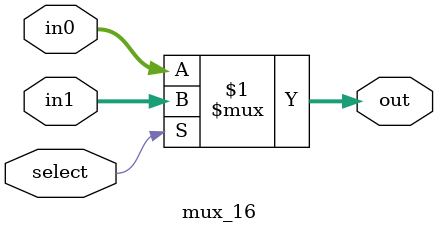
<source format=v>
module mux_16(select, in0, in1, out);
	input select;
	input [15:0] in0, in1;
	output [15:0] out;
	assign out = select ? in1: in0;
endmodule

</source>
